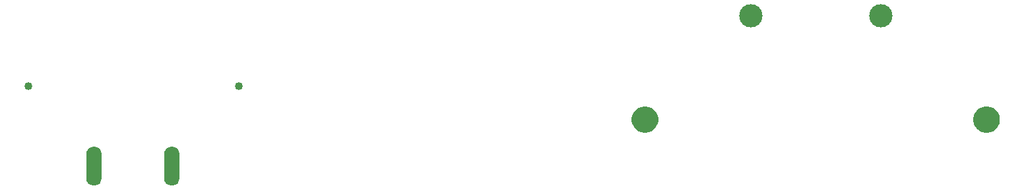
<source format=gbr>
%FSTAX26Y26*%
%MOMM*%
%SFA1B1*%

%IPPOS*%
%ADD73C,1.019998*%
%ADD74C,2.999994*%
%LNpcb1_npth_drill-1*%
%LPD*%
G36*
X39371981Y-04064D02*
Y-04231436D01*
X3943731Y-04559858*
X39565478Y-0486923*
X39751508Y-05147665*
X39988286Y-05384469*
X40266747Y-05570499*
X40576119Y-05698667*
X40904541Y-05763996*
X41071977*
X41239414*
X41567862Y-05698667*
X41877234Y-05570499*
X42155668Y-05384469*
X42392473Y-05147665*
X42578502Y-0486923*
X42706645Y-04559858*
X42771999Y-04231436*
Y-04064*
Y-03896563*
X42706645Y-03568115*
X42578502Y-03258743*
X42392473Y-02980309*
X42155668Y-02743504*
X41877234Y-02557475*
X41567862Y-02429306*
X41239414Y-02363978*
X41071977*
X40904541*
X40576119Y-02429306*
X40266747Y-02557475*
X39988286Y-02743504*
X39751508Y-02980309*
X39565478Y-03258743*
X3943731Y-03568115*
X39371981Y-03896563*
Y-04064*
G37*
G36*
X83211974D02*
Y-04231436D01*
X83277329Y-04559858*
X83405472Y-04869256*
X83591501Y-05147665*
X83828305Y-05384469*
X8410674Y-05570499*
X84416112Y-05698667*
X8474456Y-05763996*
X84911996*
X85079408*
X85407855Y-05698667*
X85717227Y-05570499*
X85995687Y-05384469*
X86232466Y-05147665*
X86418496Y-04869256*
X86546664Y-04559858*
X86611993Y-04231436*
Y-04064*
Y-03896563*
X86546664Y-03568115*
X86418496Y-03258743*
X86232466Y-02980309*
X85995687Y-02743504*
X85717227Y-02557475*
X85407855Y-02429306*
X85079408Y-02363978*
X84911996*
X8474456*
X84416112Y-02429306*
X8410674Y-02557475*
X83828305Y-02743504*
X83591501Y-02980309*
X83405472Y-03258743*
X83277329Y-03568115*
X83211974Y-03896563*
Y-04064*
G37*
G36*
X-20637982Y-11554993D02*
Y-11686641D01*
X-20569834Y-11940971*
X-20438186Y-12169013*
X-20252004Y-12355195*
X-20023988Y-12486843*
X-19769632Y-12554991*
X-19506336*
X-19252006Y-12486843*
X-19023965Y-12355195*
X-18837783Y-12169013*
X-18706134Y-11940971*
X-18637986Y-11686641*
Y-11554993*
Y-08554999*
Y-08423325*
X-18706134Y-08168995*
X-18837783Y-07940979*
X-19023965Y-07754797*
X-19252006Y-07623149*
X-19506336Y-07554976*
X-19769632*
X-20023988Y-07623149*
X-20252004Y-07754797*
X-20438186Y-07940979*
X-20569834Y-08168995*
X-20637982Y-08423325*
Y-08554999*
Y-11554993*
G37*
G36*
X-30637988D02*
Y-11686641D01*
X-30569839Y-11940971*
X-30438191Y-12169013*
X-30252009Y-12355195*
X-30023968Y-12486843*
X-29769638Y-12554991*
X-29506341*
X-29252011Y-12486843*
X-2902397Y-12355195*
X-28837788Y-12169013*
X-2870614Y-11940971*
X-28637992Y-11686641*
Y-11554993*
Y-08554999*
Y-08423325*
X-2870614Y-08168995*
X-28837788Y-07940979*
X-2902397Y-07754797*
X-29252011Y-07623149*
X-29506341Y-07554976*
X-29769638*
X-30023968Y-07623149*
X-30252009Y-07754797*
X-30438191Y-07940979*
X-30569839Y-08168995*
X-30637988Y-08423325*
Y-08554999*
Y-11554993*
G37*
G54D73*
X-38048996Y00254D03*
X-11049D03*
G54D74*
X54627983Y09272981D03*
X71307985D03*
M02*
</source>
